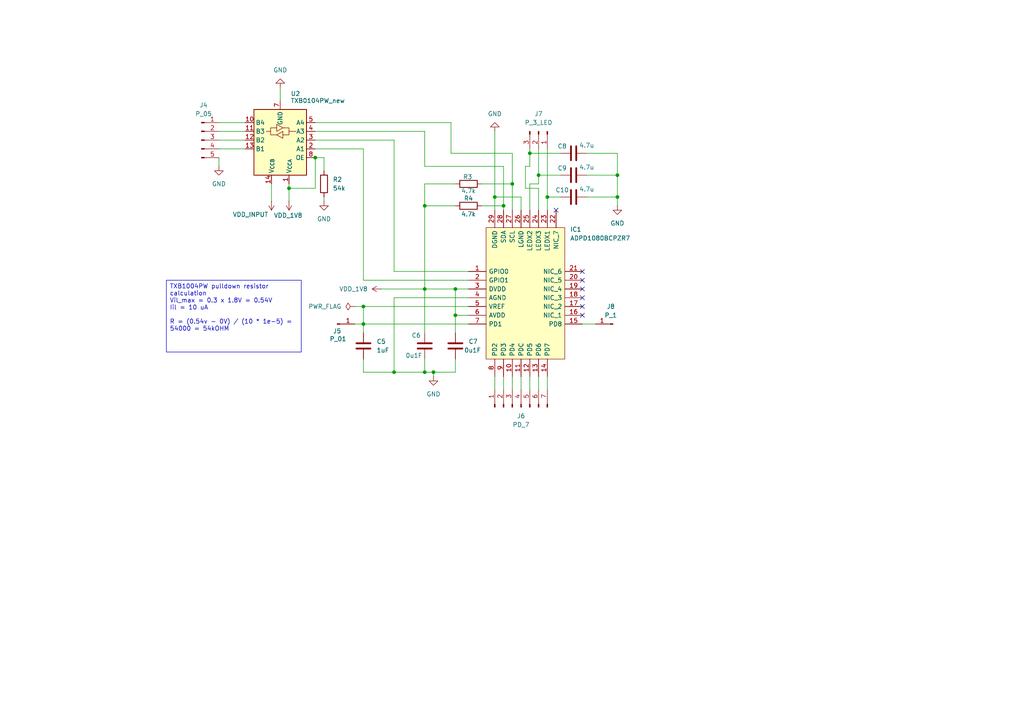
<source format=kicad_sch>
(kicad_sch (version 20231120) (generator "eeschema") (generator_version "8.0")
  (paper "A4")
  (lib_symbols
    (symbol "Connector:Conn_01x01_Pin" (pin_names (offset 1.016) hide)
      (property "Reference" "J" (at 0 2.54 0))
      (property "Value" "Conn_01x01_Pin" (at 0 -2.54 0))
      (symbol "Conn_01x01_Pin_1_1"
        (polyline (pts (xy 1.27 0) (xy 0.8636 0)) (stroke (width 0.1524)))
        (rectangle (start 0.8636 0.127) (end 0 -0.127) (stroke (width 0.1524)) (fill (type outline)))
        (pin passive line (at 5.08 0 180) (length 3.81) (name "Pin_1") (number "1"))
      )
    )
    (symbol "Connector:Conn_01x03_Pin" (pin_names (offset 1.016) hide)
      (property "Reference" "J" (at 0 5.08 0))
      (property "Value" "Conn_01x03_Pin" (at 0 -5.08 0))
      (symbol "Conn_01x03_Pin_1_1"
        (polyline (pts (xy 1.27 -2.54) (xy 0.8636 -2.54)) (stroke (width 0.1524)))
        (polyline (pts (xy 1.27 0) (xy 0.8636 0)) (stroke (width 0.1524)))
        (polyline (pts (xy 1.27 2.54) (xy 0.8636 2.54)) (stroke (width 0.1524)))
        (rectangle (start 0.8636 -2.413) (end 0 -2.667) (stroke (width 0.1524)) (fill (type outline)))
        (rectangle (start 0.8636 0.127) (end 0 -0.127) (stroke (width 0.1524)) (fill (type outline)))
        (rectangle (start 0.8636 2.667) (end 0 2.413) (stroke (width 0.1524)) (fill (type outline)))
        (pin passive line (at 5.08 2.54 180) (length 3.81) (name "Pin_1") (number "1"))
        (pin passive line (at 5.08 0 180) (length 3.81) (name "Pin_2") (number "2"))
        (pin passive line (at 5.08 -2.54 180) (length 3.81) (name "Pin_3") (number "3"))
      )
    )
    (symbol "Connector:Conn_01x05_Pin" (pin_names (offset 1.016) hide)
      (property "Reference" "J" (at 0 7.62 0))
      (property "Value" "Conn_01x05_Pin" (at 0 -7.62 0))
      (symbol "Conn_01x05_Pin_1_1"
        (polyline (pts (xy 1.27 -5.08) (xy 0.8636 -5.08)) (stroke (width 0.1524)))
        (polyline (pts (xy 1.27 -2.54) (xy 0.8636 -2.54)) (stroke (width 0.1524)))
        (polyline (pts (xy 1.27 0) (xy 0.8636 0)) (stroke (width 0.1524)))
        (polyline (pts (xy 1.27 2.54) (xy 0.8636 2.54)) (stroke (width 0.1524)))
        (polyline (pts (xy 1.27 5.08) (xy 0.8636 5.08)) (stroke (width 0.1524)))
        (rectangle (start 0.8636 -4.953) (end 0 -5.207) (stroke (width 0.1524)) (fill (type outline)))
        (rectangle (start 0.8636 -2.413) (end 0 -2.667) (stroke (width 0.1524)) (fill (type outline)))
        (rectangle (start 0.8636 0.127) (end 0 -0.127) (stroke (width 0.1524)) (fill (type outline)))
        (rectangle (start 0.8636 2.667) (end 0 2.413) (stroke (width 0.1524)) (fill (type outline)))
        (rectangle (start 0.8636 5.207) (end 0 4.953) (stroke (width 0.1524)) (fill (type outline)))
        (pin passive line (at 5.08 5.08 180) (length 3.81) (name "Pin_1") (number "1"))
        (pin passive line (at 5.08 2.54 180) (length 3.81) (name "Pin_2") (number "2"))
        (pin passive line (at 5.08 0 180) (length 3.81) (name "Pin_3") (number "3"))
        (pin passive line (at 5.08 -2.54 180) (length 3.81) (name "Pin_4") (number "4"))
        (pin passive line (at 5.08 -5.08 180) (length 3.81) (name "Pin_5") (number "5"))
      )
    )
    (symbol "Connector:Conn_01x07_Pin" (pin_names (offset 1.016) hide)
      (property "Reference" "J" (at 0 10.16 0))
      (property "Value" "Conn_01x07_Pin" (at 0 -10.16 0))
      (symbol "Conn_01x07_Pin_1_1"
        (polyline (pts (xy 1.27 -7.62) (xy 0.8636 -7.62)) (stroke (width 0.1524)))
        (polyline (pts (xy 1.27 -5.08) (xy 0.8636 -5.08)) (stroke (width 0.1524)))
        (polyline (pts (xy 1.27 -2.54) (xy 0.8636 -2.54)) (stroke (width 0.1524)))
        (polyline (pts (xy 1.27 0) (xy 0.8636 0)) (stroke (width 0.1524)))
        (polyline (pts (xy 1.27 2.54) (xy 0.8636 2.54)) (stroke (width 0.1524)))
        (polyline (pts (xy 1.27 5.08) (xy 0.8636 5.08)) (stroke (width 0.1524)))
        (polyline (pts (xy 1.27 7.62) (xy 0.8636 7.62)) (stroke (width 0.1524)))
        (rectangle (start 0.8636 -7.493) (end 0 -7.747) (stroke (width 0.1524)) (fill (type outline)))
        (rectangle (start 0.8636 -4.953) (end 0 -5.207) (stroke (width 0.1524)) (fill (type outline)))
        (rectangle (start 0.8636 -2.413) (end 0 -2.667) (stroke (width 0.1524)) (fill (type outline)))
        (rectangle (start 0.8636 0.127) (end 0 -0.127) (stroke (width 0.1524)) (fill (type outline)))
        (rectangle (start 0.8636 2.667) (end 0 2.413) (stroke (width 0.1524)) (fill (type outline)))
        (rectangle (start 0.8636 5.207) (end 0 4.953) (stroke (width 0.1524)) (fill (type outline)))
        (rectangle (start 0.8636 7.747) (end 0 7.493) (stroke (width 0.1524)) (fill (type outline)))
        (pin passive line (at 5.08 7.62 180) (length 3.81) (name "Pin_1") (number "1"))
        (pin passive line (at 5.08 5.08 180) (length 3.81) (name "Pin_2") (number "2"))
        (pin passive line (at 5.08 2.54 180) (length 3.81) (name "Pin_3") (number "3"))
        (pin passive line (at 5.08 0 180) (length 3.81) (name "Pin_4") (number "4"))
        (pin passive line (at 5.08 -2.54 180) (length 3.81) (name "Pin_5") (number "5"))
        (pin passive line (at 5.08 -5.08 180) (length 3.81) (name "Pin_6") (number "6"))
        (pin passive line (at 5.08 -7.62 180) (length 3.81) (name "Pin_7") (number "7"))
      )
    )
    (symbol "Device:C" (pin_numbers hide) (pin_names (offset 0.254))
      (property "Reference" "C" (at 0.635 2.54 0))
      (property "Value" "C" (at 0.635 -2.54 0))
      (symbol "C_0_1"
        (polyline (pts (xy -2.032 -0.762) (xy 2.032 -0.762)) (stroke (width 0.508)))
        (polyline (pts (xy -2.032 0.762) (xy 2.032 0.762)) (stroke (width 0.508)))
      )
      (symbol "C_1_1"
        (pin passive line (at 0 3.81 270) (length 2.794) (name "~") (number "1"))
        (pin passive line (at 0 -3.81 90) (length 2.794) (name "~") (number "2"))
      )
    )
    (symbol "Device:R" (pin_numbers hide) (pin_names (offset 0))
      (property "Reference" "R" (at 2.032 0 90))
      (property "Value" "R" (at 0 0 90))
      (symbol "R_0_1"
        (rectangle (start -1.016 -2.54) (end 1.016 2.54) (stroke (width 0.254)))
      )
      (symbol "R_1_1"
        (pin passive line (at 0 3.81 270) (length 1.27) (name "~") (number "1"))
        (pin passive line (at 0 -3.81 90) (length 1.27) (name "~") (number "2"))
      )
    )
    (symbol "breakoutboard:ADPD1080BCPZR7" (pin_names (offset 0.762))
      (property "Reference" "IC" (at -13.97 19.05 0))
      (property "Value" "ADPD1080BCPZR7" (at 7.62 -21.59 0))
      (symbol "ADPD1080BCPZR7_0_0"
        (pin input line (at -16.51 5.08 0) (length 5.08) (name "GPIO0") (number "1"))
        (pin input line (at -3.81 -25.4 90) (length 5.08) (name "PD4") (number "10"))
        (pin input line (at -1.27 -25.4 90) (length 5.08) (name "PDC") (number "11"))
        (pin input line (at 1.27 -25.4 90) (length 5.08) (name "PD5") (number "12"))
        (pin input line (at 3.81 -25.4 90) (length 5.08) (name "PD6") (number "13"))
        (pin input line (at 6.35 -25.4 90) (length 5.08) (name "PD7") (number "14"))
        (pin input line (at 16.51 -10.16 180) (length 5.08) (name "PD8") (number "15"))
        (pin power_in line (at 16.51 -7.62 180) (length 5.08) (name "NIC_1") (number "16"))
        (pin power_in line (at 16.51 -5.08 180) (length 5.08) (name "NIC_2") (number "17"))
        (pin power_in line (at 16.51 -2.54 180) (length 5.08) (name "NIC_3") (number "18"))
        (pin power_in line (at 16.51 0 180) (length 5.08) (name "NIC_4") (number "19"))
        (pin input line (at -16.51 2.54 0) (length 5.08) (name "GPIO1") (number "2"))
        (pin power_in line (at 16.51 2.54 180) (length 5.08) (name "NIC_5") (number "20"))
        (pin power_in line (at 16.51 5.08 180) (length 5.08) (name "NIC_6") (number "21"))
        (pin power_in line (at 8.89 22.86 270) (length 5.08) (name "NIC_7") (number "22"))
        (pin power_out line (at 6.35 22.86 270) (length 5.08) (name "LEDX1") (number "23"))
        (pin power_out line (at 3.81 22.86 270) (length 5.08) (name "LEDX3") (number "24"))
        (pin power_out line (at 1.27 22.86 270) (length 5.08) (name "LEDX2") (number "25"))
        (pin power_in line (at -1.27 22.86 270) (length 5.08) (name "LGND") (number "26"))
        (pin input line (at -3.81 22.86 270) (length 5.08) (name "SCL") (number "27"))
        (pin bidirectional line (at -6.35 22.86 270) (length 5.08) (name "SDA") (number "28"))
        (pin power_in line (at -8.89 22.86 270) (length 5.08) (name "DGND") (number "29"))
        (pin power_in line (at -16.51 0 0) (length 5.08) (name "DVDD") (number "3"))
        (pin power_in line (at -16.51 -2.54 0) (length 5.08) (name "AGND") (number "4"))
        (pin power_in line (at -16.51 -5.08 0) (length 5.08) (name "VREF") (number "5"))
        (pin power_in line (at -16.51 -7.62 0) (length 5.08) (name "AVDD") (number "6"))
        (pin input line (at -16.51 -10.16 0) (length 5.08) (name "PD1") (number "7"))
        (pin input line (at -8.89 -25.4 90) (length 5.08) (name "PD2") (number "8"))
        (pin input line (at -6.35 -25.4 90) (length 5.08) (name "PD3") (number "9"))
      )
      (symbol "ADPD1080BCPZR7_0_1"
        (polyline (pts (xy -11.43 17.78) (xy 11.43 17.78) (xy 11.43 -20.32) (xy -11.43 -20.32) (xy -11.43 17.78)) (stroke (width 0.1524)) (fill (type background)))
      )
    )
    (symbol "breakoutboard:TXB0104PW_new"
      (property "Reference" "U" (at -6.35 13.97 0))
      (property "Value" "TXB0104PW_new" (at 3.81 13.97 0))
      (symbol "TXB0104PW_new_0_1"
        (rectangle (start -7.62 12.7) (end 7.62 -6.35) (stroke (width 0.254)) (fill (type background)))
        (polyline (pts (xy -2.54 0) (xy -2.54 1.016) (xy -0.762 1.016)))
        (polyline (pts (xy 2.794 0) (xy 2.794 -1.016) (xy 1.016 -1.016)))
        (polyline (pts (xy -0.762 -1.016) (xy -2.54 -1.016) (xy -2.54 0) (xy -4.572 0)))
        (polyline (pts (xy -0.762 -1.016) (xy 1.016 0) (xy 1.016 -2.032) (xy -0.762 -1.016)))
        (polyline (pts (xy 1.016 1.016) (xy -0.762 0) (xy -0.762 2.032) (xy 1.016 1.016)))
        (polyline (pts (xy 1.016 1.016) (xy 2.794 1.016) (xy 2.794 0) (xy 4.064 0)))
      )
      (symbol "TXB0104PW_new_1_1"
        (pin power_in line (at -2.54 15.24 270) (length 2.54) (name "V_{CCA}") (number "1"))
        (pin bidirectional line (at 10.16 -2.54 180) (length 2.54) (name "B4") (number "10"))
        (pin bidirectional line (at 10.16 0 180) (length 2.54) (name "B3") (number "11"))
        (pin bidirectional line (at 10.16 2.54 180) (length 2.54) (name "B2") (number "12"))
        (pin bidirectional line (at 10.16 5.08 180) (length 2.54) (name "B1") (number "13"))
        (pin power_in line (at 2.54 15.24 270) (length 2.54) (name "V_{CCB}") (number "14"))
        (pin bidirectional line (at -10.16 5.08 0) (length 2.54) (name "A1") (number "2"))
        (pin bidirectional line (at -10.16 2.54 0) (length 2.54) (name "A2") (number "3"))
        (pin bidirectional line (at -10.16 0 0) (length 2.54) (name "A3") (number "4"))
        (pin bidirectional line (at -10.16 -2.54 0) (length 2.54) (name "A4") (number "5"))
        (pin no_connect line (at 10.16 10.16 180) (length 2.54) hide (name "NC") (number "6"))
        (pin power_in line (at 0 -8.89 90) (length 2.54) (name "GND") (number "7"))
        (pin input line (at -10.16 7.62 0) (length 2.54) (name "OE") (number "8"))
        (pin no_connect line (at 10.16 7.62 180) (length 2.54) hide (name "NC") (number "9"))
      )
    )
    (symbol "power:+1V8" (power) (pin_numbers hide) (pin_names (offset 0) hide)
      (property "Value" "+1V8" (at 0 3.556 0))
      (symbol "+1V8_0_1"
        (polyline (pts (xy -0.762 1.27) (xy 0 2.54)))
        (polyline (pts (xy 0 0) (xy 0 2.54)))
        (polyline (pts (xy 0 2.54) (xy 0.762 1.27)))
      )
      (symbol "+1V8_1_1"
        (pin power_in line (at 0 0 90) (length 0) (name "~") (number "1"))
      )
    )
    (symbol "power:GND" (power) (pin_numbers hide) (pin_names (offset 0) hide)
      (property "Value" "GND" (at 0 -3.81 0))
      (symbol "GND_0_1"
        (polyline (pts (xy 0 0) (xy 0 -1.27) (xy 1.27 -1.27) (xy 0 -2.54) (xy -1.27 -1.27) (xy 0 -1.27)))
      )
      (symbol "GND_1_1"
        (pin power_in line (at 0 0 270) (length 0) (name "~") (number "1"))
      )
    )
    (symbol "power:PWR_FLAG" (power) (pin_numbers hide) (pin_names (offset 0) hide)
      (property "Value" "PWR_FLAG" (at 0 3.81 0))
      (symbol "PWR_FLAG_0_0"
        (pin power_out line (at 0 0 90) (length 0) (name "~") (number "1"))
      )
      (symbol "PWR_FLAG_0_1"
        (polyline (pts (xy 0 0) (xy 0 1.27) (xy -1.016 1.905) (xy 0 2.54) (xy 1.016 1.905) (xy 0 1.27)))
      )
    )
    (symbol "power:VDD" (power) (pin_numbers hide) (pin_names (offset 0) hide)
      (property "Value" "VDD" (at 0 3.556 0))
      (symbol "VDD_0_1"
        (polyline (pts (xy -0.762 1.27) (xy 0 2.54)))
        (polyline (pts (xy 0 0) (xy 0 2.54)))
        (polyline (pts (xy 0 2.54) (xy 0.762 1.27)))
      )
      (symbol "VDD_1_1"
        (pin power_in line (at 0 0 90) (length 0) (name "~") (number "1"))
      )
    )
  )
  (junction (at 146.05 59.69))
  (junction (at 179.07 50.8))
  (junction (at 156.21 50.8))
  (junction (at 125.73 107.95))
  (junction (at 143.51 57.15))
  (junction (at 123.19 83.82))
  (junction (at 153.67 44.45))
  (junction (at 105.41 88.9))
  (junction (at 179.07 57.15))
  (junction (at 132.08 83.82))
  (junction (at 91.44 45.72))
  (junction (at 83.82 54.61))
  (junction (at 123.19 107.95))
  (junction (at 123.19 59.69))
  (junction (at 158.75 57.15))
  (junction (at 148.59 53.34))
  (junction (at 132.08 91.44))
  (junction (at 105.41 93.98))
  (junction (at 114.3 107.95))
  (no_connect (at 168.91 91.44))
  (no_connect (at 168.91 83.82))
  (no_connect (at 161.29 60.96))
  (no_connect (at 168.91 78.74))
  (no_connect (at 168.91 81.28))
  (no_connect (at 168.91 88.9))
  (no_connect (at 168.91 86.36))
  (wire (pts (xy 81.28 25.4) (xy 81.28 29.21)))
  (wire (pts (xy 132.08 91.44) (xy 132.08 96.52)))
  (wire (pts (xy 139.7 59.69) (xy 146.05 59.69)))
  (wire (pts (xy 132.08 107.95) (xy 125.73 107.95)))
  (wire (pts (xy 153.67 60.96) (xy 153.67 53.34)))
  (wire (pts (xy 91.44 38.1) (xy 123.19 38.1)))
  (wire (pts (xy 78.74 58.42) (xy 78.74 53.34)))
  (wire (pts (xy 158.75 43.18) (xy 158.75 57.15)))
  (wire (pts (xy 114.3 107.95) (xy 123.19 107.95)))
  (wire (pts (xy 156.21 54.61) (xy 152.4 54.61)))
  (wire (pts (xy 123.19 107.95) (xy 125.73 107.95)))
  (wire (pts (xy 63.5 40.64) (xy 71.12 40.64)))
  (wire (pts (xy 91.44 54.61) (xy 91.44 45.72)))
  (wire (pts (xy 170.18 57.15) (xy 179.07 57.15)))
  (wire (pts (xy 143.51 109.22) (xy 143.51 113.03)))
  (wire (pts (xy 152.4 48.26) (xy 153.67 48.26)))
  (wire (pts (xy 135.89 81.28) (xy 105.41 81.28)))
  (wire (pts (xy 110.49 83.82) (xy 123.19 83.82)))
  (wire (pts (xy 114.3 78.74) (xy 135.89 78.74)))
  (wire (pts (xy 123.19 59.69) (xy 123.19 83.82)))
  (wire (pts (xy 148.59 53.34) (xy 148.59 60.96)))
  (wire (pts (xy 130.81 44.45) (xy 148.59 44.45)))
  (wire (pts (xy 148.59 53.34) (xy 148.59 44.45)))
  (wire (pts (xy 156.21 53.34) (xy 156.21 50.8)))
  (wire (pts (xy 156.21 43.18) (xy 156.21 50.8)))
  (wire (pts (xy 123.19 48.26) (xy 146.05 48.26)))
  (wire (pts (xy 132.08 83.82) (xy 132.08 91.44)))
  (wire (pts (xy 91.44 45.72) (xy 93.98 45.72)))
  (wire (pts (xy 179.07 44.45) (xy 170.18 44.45)))
  (wire (pts (xy 132.08 83.82) (xy 135.89 83.82)))
  (wire (pts (xy 93.98 57.15) (xy 93.98 58.42)))
  (wire (pts (xy 130.81 35.56) (xy 130.81 44.45)))
  (wire (pts (xy 123.19 104.14) (xy 123.19 107.95)))
  (wire (pts (xy 146.05 59.69) (xy 146.05 60.96)))
  (wire (pts (xy 179.07 50.8) (xy 179.07 44.45)))
  (wire (pts (xy 63.5 43.18) (xy 71.12 43.18)))
  (wire (pts (xy 158.75 57.15) (xy 158.75 60.96)))
  (wire (pts (xy 123.19 38.1) (xy 123.19 48.26)))
  (wire (pts (xy 148.59 109.22) (xy 148.59 113.03)))
  (wire (pts (xy 105.41 93.98) (xy 135.89 93.98)))
  (wire (pts (xy 152.4 54.61) (xy 152.4 48.26)))
  (wire (pts (xy 91.44 35.56) (xy 130.81 35.56)))
  (wire (pts (xy 105.41 88.9) (xy 135.89 88.9)))
  (wire (pts (xy 123.19 83.82) (xy 123.19 96.52)))
  (wire (pts (xy 153.67 109.22) (xy 153.67 113.03)))
  (wire (pts (xy 114.3 40.64) (xy 114.3 78.74)))
  (wire (pts (xy 123.19 53.34) (xy 123.19 59.69)))
  (wire (pts (xy 105.41 93.98) (xy 105.41 96.52)))
  (wire (pts (xy 63.5 45.72) (xy 63.5 48.26)))
  (wire (pts (xy 146.05 48.26) (xy 146.05 59.69)))
  (wire (pts (xy 63.5 35.56) (xy 71.12 35.56)))
  (wire (pts (xy 179.07 57.15) (xy 179.07 59.69)))
  (wire (pts (xy 91.44 43.18) (xy 105.41 43.18)))
  (wire (pts (xy 123.19 83.82) (xy 132.08 83.82)))
  (wire (pts (xy 143.51 57.15) (xy 151.13 57.15)))
  (wire (pts (xy 114.3 86.36) (xy 135.89 86.36)))
  (wire (pts (xy 143.51 57.15) (xy 143.51 60.96)))
  (wire (pts (xy 153.67 53.34) (xy 156.21 53.34)))
  (wire (pts (xy 153.67 48.26) (xy 153.67 44.45)))
  (wire (pts (xy 105.41 43.18) (xy 105.41 81.28)))
  (wire (pts (xy 132.08 104.14) (xy 132.08 107.95)))
  (wire (pts (xy 139.7 53.34) (xy 148.59 53.34)))
  (wire (pts (xy 132.08 91.44) (xy 135.89 91.44)))
  (wire (pts (xy 102.87 93.98) (xy 105.41 93.98)))
  (wire (pts (xy 179.07 57.15) (xy 179.07 50.8)))
  (wire (pts (xy 158.75 57.15) (xy 162.56 57.15)))
  (wire (pts (xy 83.82 54.61) (xy 83.82 58.42)))
  (wire (pts (xy 146.05 109.22) (xy 146.05 113.03)))
  (wire (pts (xy 156.21 60.96) (xy 156.21 54.61)))
  (wire (pts (xy 114.3 86.36) (xy 114.3 107.95)))
  (wire (pts (xy 83.82 53.34) (xy 83.82 54.61)))
  (wire (pts (xy 63.5 38.1) (xy 71.12 38.1)))
  (wire (pts (xy 83.82 54.61) (xy 91.44 54.61)))
  (wire (pts (xy 151.13 57.15) (xy 151.13 60.96)))
  (wire (pts (xy 158.75 109.22) (xy 158.75 113.03)))
  (wire (pts (xy 105.41 104.14) (xy 105.41 107.95)))
  (wire (pts (xy 153.67 44.45) (xy 162.56 44.45)))
  (wire (pts (xy 156.21 50.8) (xy 162.56 50.8)))
  (wire (pts (xy 151.13 109.22) (xy 151.13 113.03)))
  (wire (pts (xy 132.08 53.34) (xy 123.19 53.34)))
  (wire (pts (xy 102.87 88.9) (xy 105.41 88.9)))
  (wire (pts (xy 93.98 45.72) (xy 93.98 49.53)))
  (wire (pts (xy 91.44 40.64) (xy 114.3 40.64)))
  (wire (pts (xy 125.73 107.95) (xy 125.73 109.22)))
  (wire (pts (xy 168.91 93.98) (xy 172.72 93.98)))
  (wire (pts (xy 179.07 50.8) (xy 170.18 50.8)))
  (wire (pts (xy 105.41 107.95) (xy 114.3 107.95)))
  (wire (pts (xy 143.51 38.1) (xy 143.51 57.15)))
  (wire (pts (xy 156.21 109.22) (xy 156.21 113.03)))
  (wire (pts (xy 123.19 59.69) (xy 132.08 59.69)))
  (wire (pts (xy 105.41 88.9) (xy 105.41 93.98)))
  (wire (pts (xy 153.67 43.18) (xy 153.67 44.45)))
  (text_box "TXB1004PW pulldown resistor calculation\nVil_max = 0.3 x 1.8V = 0.54V\nIil = 10 uA\n\nR = (0.54v - 0V) / (10 * 1e-5) = 54000 = 54kOHM" (at 48.26 81.28 0) (size 39.116 20.828) (effects (font (size 1.27 1.27)) (justify left top)))
  (symbol (lib_id "Connector:Conn_01x01_Pin") (at 177.8 93.98 180) (unit 1)
    (property "Reference" "J8" (at 177.165 88.9 0))
    (property "Value" "P_1" (at 177.165 91.44 0))
    (property "Footprint" "Connector_PinHeader_2.54mm:PinHeader_1x01_P2.54mm_Vertical" (effects (hide yes)))
    (property "Description" "Generic connector, single row, 01x01, script generated" (effects (hide yes)))
  )
  (symbol (lib_id "Device:C") (at 105.41 100.33 0) (unit 1)
    (property "Reference" "C5" (at 109.22 99.0599 0) (effects (justify left)))
    (property "Value" "1uF" (at 109.22 101.5999 0) (effects (justify left)))
    (property "Footprint" "Capacitor_SMD:C_0402_1005Metric" (effects (hide yes)))
    (property "Description" "Unpolarized capacitor" (effects (hide yes)))
  )
  (symbol (lib_id "Device:C") (at 166.37 44.45 90) (unit 1)
    (property "Reference" "C8" (at 163.068 42.418 90))
    (property "Value" "4.7u" (at 170.18 42.164 90))
    (property "Footprint" "Capacitor_SMD:C_0402_1005Metric" (effects (hide yes)))
    (property "Description" "Unpolarized capacitor" (effects (hide yes)))
  )
  (symbol (lib_id "power:GND") (at 93.98 58.42 0) (unit 1)
    (property "Reference" "#PWR010" (effects (hide yes)))
    (property "Value" "GND" (at 93.98 63.5 0))
    (property "Description" "Power symbol creates a global label with name \"GND\" , ground" (effects (hide yes)))
  )
  (symbol (lib_id "power:GND") (at 81.28 25.4 180) (unit 1)
    (property "Reference" "#PWR08" (effects (hide yes)))
    (property "Value" "GND" (at 81.28 20.32 0))
    (property "Description" "Power symbol creates a global label with name \"GND\" , ground" (effects (hide yes)))
  )
  (symbol (lib_id "Connector:Conn_01x05_Pin") (at 58.42 40.64 0) (unit 1)
    (property "Reference" "J4" (at 59.055 30.48 0))
    (property "Value" "P_05" (at 59.055 33.02 0))
    (property "Footprint" "Connector_PinHeader_2.54mm:PinHeader_1x05_P2.54mm_Vertical" (effects (hide yes)))
    (property "Description" "Generic connector, single row, 01x05, script generated" (effects (hide yes)))
  )
  (symbol (lib_id "power:GND") (at 63.5 48.26 0) (unit 1)
    (property "Reference" "#PWR06" (effects (hide yes)))
    (property "Value" "GND" (at 63.5 53.34 0))
    (property "Description" "Power symbol creates a global label with name \"GND\" , ground" (effects (hide yes)))
  )
  (symbol (lib_id "Device:C") (at 123.19 100.33 0) (unit 1)
    (property "Reference" "C6" (at 119.38 97.282 0) (effects (justify left)))
    (property "Value" "0u1F" (at 117.602 103.124 0) (effects (justify left)))
    (property "Footprint" "Capacitor_SMD:C_0402_1005Metric" (effects (hide yes)))
    (property "Description" "Unpolarized capacitor" (effects (hide yes)))
  )
  (symbol (lib_id "breakoutboard:TXB0104PW_new") (at 81.28 38.1 180) (unit 1)
    (property "Reference" "U2" (at 84.328 27.178 0) (effects (justify right)))
    (property "Value" "TXB0104PW_new" (at 84.2965 29.21 0) (effects (justify right)))
    (property "Footprint" "Package_SO:TSSOP-14_4.4x5mm_P0.65mm" (effects (hide yes)))
    (property "Datasheet" "http://www.ti.com/lit/ds/symlink/txb0104.pdf" (effects (hide yes)))
    (property "Description" "4-Bit Bidirectional Voltage-Level Translator, Auto Direction Sensing and ±15-kV ESD Protection, 1.2 - 3.6V APort, 1.65 - 5.5V BPort, TSSOP-14" (effects (hide yes)))
  )
  (symbol (lib_id "power:GND") (at 179.07 59.69 0) (unit 1)
    (property "Reference" "#PWR013" (effects (hide yes)))
    (property "Value" "GND" (at 179.07 64.77 0))
    (property "Description" "Power symbol creates a global label with name \"GND\" , ground" (effects (hide yes)))
  )
  (symbol (lib_id "Connector:Conn_01x07_Pin") (at 151.13 118.11 90) (unit 1)
    (property "Reference" "J6" (at 151.13 120.65 90))
    (property "Value" "PD_7" (at 151.13 123.19 90))
    (property "Footprint" "Connector_PinHeader_2.54mm:PinHeader_1x07_P2.54mm_Vertical" (effects (hide yes)))
    (property "Description" "Generic connector, single row, 01x07, script generated" (effects (hide yes)))
  )
  (symbol (lib_id "power:+1V8") (at 110.49 83.82 90) (unit 1)
    (property "Reference" "#PWR014" (effects (hide yes)))
    (property "Value" "VDD_1V8" (at 106.68 83.8199 90) (effects (justify left)))
    (property "Description" "Power symbol creates a global label with name \"+1V8\"" (effects (hide yes)))
  )
  (symbol (lib_id "power:GND") (at 143.51 38.1 180) (unit 1)
    (property "Reference" "#PWR012" (effects (hide yes)))
    (property "Value" "GND" (at 143.51 33.02 0))
    (property "Description" "Power symbol creates a global label with name \"GND\" , ground" (effects (hide yes)))
  )
  (symbol (lib_id "power:VDD") (at 78.74 58.42 180) (unit 1)
    (property "Reference" "#PWR07" (effects (hide yes)))
    (property "Value" "VDD_INPUT" (at 72.644 62.23 0))
    (property "Description" "Power symbol creates a global label with name \"VDD\"" (effects (hide yes)))
  )
  (symbol (lib_id "Device:R") (at 135.89 53.34 90) (unit 1)
    (property "Reference" "R3" (at 135.636 51.308 90))
    (property "Value" "4.7k" (at 135.89 55.372 90))
    (property "Footprint" "Resistor_SMD:R_0402_1005Metric" (effects (hide yes)))
    (property "Description" "Resistor" (effects (hide yes)))
  )
  (symbol (lib_id "Device:C") (at 166.37 50.8 90) (unit 1)
    (property "Reference" "C9" (at 163.068 48.768 90))
    (property "Value" "4.7u" (at 170.18 48.514 90))
    (property "Footprint" "Capacitor_SMD:C_0402_1005Metric" (effects (hide yes)))
    (property "Description" "Unpolarized capacitor" (effects (hide yes)))
  )
  (symbol (lib_id "Connector:Conn_01x03_Pin") (at 156.21 38.1 270) (unit 1)
    (property "Reference" "J7" (at 156.21 33.02 90))
    (property "Value" "P_3_LED" (at 156.21 35.56 90))
    (property "Footprint" "Connector_PinHeader_2.54mm:PinHeader_1x03_P2.54mm_Vertical" (effects (hide yes)))
    (property "Description" "Generic connector, single row, 01x03, script generated" (effects (hide yes)))
  )
  (symbol (lib_id "Device:R") (at 135.89 59.69 90) (unit 1)
    (property "Reference" "R4" (at 135.89 57.531 90))
    (property "Value" "4.7k" (at 135.89 62.103 90))
    (property "Footprint" "Resistor_SMD:R_0402_1005Metric" (effects (hide yes)))
    (property "Description" "Resistor" (effects (hide yes)))
  )
  (symbol (lib_id "breakoutboard:ADPD1080BCPZR7") (at 152.4 83.82 0) (unit 1)
    (property "Reference" "IC1" (at 165.354 66.548 0) (effects (justify left)))
    (property "Value" "ADPD1080BCPZR7" (at 165.354 69.088 0) (effects (justify left)))
    (property "Footprint" "breakoutboard:QFN40P400X400X80-29N-D" (effects (hide yes)))
    (property "Datasheet" "https://www.analog.com/media/en/technical-documentation/data-sheets/adpd1080-1081.pdf" (effects (hide yes)))
    (property "Description" "Analog Front End - AFE Optical AFE for Health Monitoring" (effects (hide yes)))
    (property "Height" "0.8" (effects (hide yes)))
    (property "Manufacturer_Name" "Analog Devices" (effects (hide yes)))
    (property "Manufacturer_Part_Number" "ADPD1080BCPZR7" (effects (hide yes)))
    (property "Mouser Part Number" "584-ADPD1080BCPZR7" (effects (hide yes)))
    (property "Mouser Price/Stock" "https://www.mouser.com/Search/Refine.aspx?Keyword=584-ADPD1080BCPZR7" (effects (hide yes)))
    (property "MPN" "ADPD1080BCPZR7" (effects (hide yes)))
    (property "SKU1" "mouser:584-ADPD1080BCPZR7" (effects (hide yes)))
  )
  (symbol (lib_id "power:PWR_FLAG") (at 102.87 88.9 90) (unit 1)
    (property "Reference" "#FLG05" (effects (hide yes)))
    (property "Value" "PWR_FLAG" (at 99.06 88.8999 90) (effects (justify left)))
    (property "Description" "Special symbol for telling ERC where power comes from" (effects (hide yes)))
  )
  (symbol (lib_id "Device:C") (at 132.08 100.33 0) (unit 1)
    (property "Reference" "C7" (at 135.89 99.06 0) (effects (justify left)))
    (property "Value" "0u1F" (at 134.62 101.6 0) (effects (justify left)))
    (property "Footprint" "Capacitor_SMD:C_0402_1005Metric" (effects (hide yes)))
    (property "Description" "Unpolarized capacitor" (effects (hide yes)))
  )
  (symbol (lib_id "power:+1V8") (at 83.82 58.42 180) (unit 1)
    (property "Reference" "#PWR09" (effects (hide yes)))
    (property "Value" "VDD_1V8" (at 83.566 62.484 0))
    (property "Description" "Power symbol creates a global label with name \"+1V8\"" (effects (hide yes)))
  )
  (symbol (lib_id "Device:R") (at 93.98 53.34 0) (unit 1)
    (property "Reference" "R2" (at 96.52 52.0699 0) (effects (justify left)))
    (property "Value" "54k" (at 96.52 54.6099 0) (effects (justify left)))
    (property "Footprint" "Resistor_SMD:R_0402_1005Metric" (effects (hide yes)))
    (property "Description" "Resistor" (effects (hide yes)))
  )
  (symbol (lib_id "Device:C") (at 166.37 57.15 90) (unit 1)
    (property "Reference" "C10" (at 163.068 55.118 90))
    (property "Value" "4.7u" (at 170.18 54.864 90))
    (property "Footprint" "Capacitor_SMD:C_0402_1005Metric" (effects (hide yes)))
    (property "Description" "Unpolarized capacitor" (effects (hide yes)))
  )
  (symbol (lib_id "power:GND") (at 125.73 109.22 0) (unit 1)
    (property "Reference" "#PWR011" (effects (hide yes)))
    (property "Value" "GND" (at 125.73 114.3 0))
    (property "Description" "Power symbol creates a global label with name \"GND\" , ground" (effects (hide yes)))
  )
  (symbol (lib_id "Connector:Conn_01x01_Pin") (at 97.79 93.98 0) (unit 1)
    (property "Reference" "J5" (at 97.79 96.012 0))
    (property "Value" "P_01" (at 98.044 98.298 0))
    (property "Footprint" "Connector_PinHeader_2.54mm:PinHeader_1x01_P2.54mm_Vertical" (effects (hide yes)))
    (property "Description" "Generic connector, single row, 01x01, script generated" (effects (hide yes)))
  )
)
</source>
